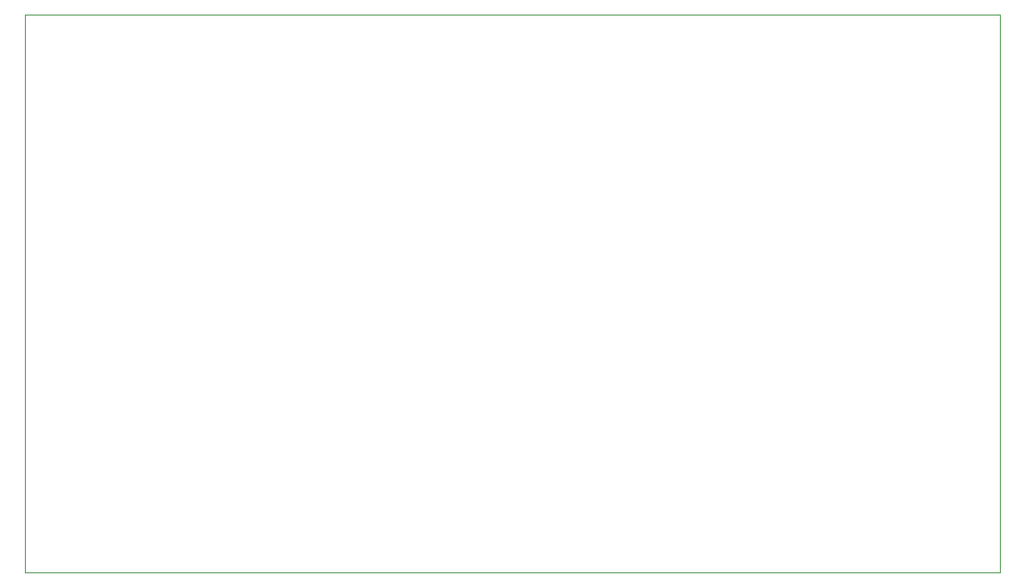
<source format=gbr>
%TF.GenerationSoftware,KiCad,Pcbnew,9.0.6*%
%TF.CreationDate,2025-11-14T16:09:11+05:30*%
%TF.ProjectId,fiveV_2A_LPS,66697665-565f-4324-915f-4c50532e6b69,rev?*%
%TF.SameCoordinates,Original*%
%TF.FileFunction,Profile,NP*%
%FSLAX46Y46*%
G04 Gerber Fmt 4.6, Leading zero omitted, Abs format (unit mm)*
G04 Created by KiCad (PCBNEW 9.0.6) date 2025-11-14 16:09:11*
%MOMM*%
%LPD*%
G01*
G04 APERTURE LIST*
%TA.AperFunction,Profile*%
%ADD10C,0.050000*%
%TD*%
G04 APERTURE END LIST*
D10*
X165500000Y-82500000D02*
X261500000Y-82500000D01*
X261500000Y-137500000D01*
X165500000Y-137500000D01*
X165500000Y-82500000D01*
M02*

</source>
